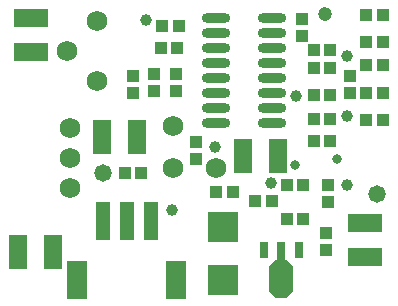
<source format=gts>
%FSLAX23Y23*%
%MOIN*%
G70*
G01*
G75*
G04 Layer_Color=8388736*
G04:AMPARAMS|DCode=10|XSize=71mil|YSize=118mil|CornerRadius=0mil|HoleSize=0mil|Usage=FLASHONLY|Rotation=0.000|XOffset=0mil|YOffset=0mil|HoleType=Round|Shape=Octagon|*
%AMOCTAGOND10*
4,1,8,-0.018,0.059,0.018,0.059,0.035,0.041,0.035,-0.041,0.018,-0.059,-0.018,-0.059,-0.035,-0.041,-0.035,0.041,-0.018,0.059,0.0*
%
%ADD10OCTAGOND10*%

%ADD11R,0.020X0.047*%
%ADD12R,0.020X0.063*%
%ADD13R,0.031X0.035*%
%ADD14R,0.035X0.031*%
%ADD15R,0.051X0.106*%
%ADD16R,0.091X0.091*%
%ADD17R,0.106X0.051*%
%ADD18R,0.059X0.118*%
%ADD19R,0.039X0.118*%
%ADD20O,0.087X0.024*%
%ADD21C,0.010*%
%ADD22C,0.060*%
%ADD23C,0.039*%
%ADD24C,0.050*%
%ADD25C,0.031*%
%ADD26C,0.024*%
%ADD27C,0.010*%
%ADD28C,0.008*%
G04:AMPARAMS|DCode=29|XSize=79mil|YSize=126mil|CornerRadius=0mil|HoleSize=0mil|Usage=FLASHONLY|Rotation=0.000|XOffset=0mil|YOffset=0mil|HoleType=Round|Shape=Octagon|*
%AMOCTAGOND29*
4,1,8,-0.020,0.063,0.020,0.063,0.039,0.043,0.039,-0.043,0.020,-0.063,-0.020,-0.063,-0.039,-0.043,-0.039,0.043,-0.020,0.063,0.0*
%
%ADD29OCTAGOND29*%

%ADD30R,0.028X0.055*%
%ADD31R,0.028X0.071*%
%ADD32R,0.039X0.043*%
%ADD33R,0.043X0.039*%
%ADD34R,0.059X0.114*%
%ADD35R,0.099X0.099*%
%ADD36R,0.114X0.059*%
%ADD37R,0.067X0.126*%
%ADD38R,0.047X0.126*%
%ADD39O,0.095X0.032*%
%ADD40C,0.068*%
%ADD41C,0.047*%
%ADD42C,0.058*%
%ADD43C,0.039*%
%ADD44C,0.032*%
D29*
X970Y79D02*
D03*
D30*
X911Y177D02*
D03*
X1029D02*
D03*
D31*
X970Y169D02*
D03*
D32*
X987Y395D02*
D03*
X1043D02*
D03*
X938Y340D02*
D03*
X882D02*
D03*
X1043Y280D02*
D03*
X987D02*
D03*
X808Y370D02*
D03*
X752D02*
D03*
X1077Y540D02*
D03*
X1133D02*
D03*
X1077Y695D02*
D03*
X1133D02*
D03*
X1133Y785D02*
D03*
X1077D02*
D03*
X1077Y615D02*
D03*
X1133D02*
D03*
X567Y850D02*
D03*
X623D02*
D03*
X1077Y845D02*
D03*
X1133D02*
D03*
X572Y925D02*
D03*
X628D02*
D03*
X1308Y700D02*
D03*
X1252D02*
D03*
X1252Y960D02*
D03*
X1308D02*
D03*
X503Y435D02*
D03*
X447D02*
D03*
X1252Y795D02*
D03*
X1308D02*
D03*
X1308Y870D02*
D03*
X1252D02*
D03*
X1308Y610D02*
D03*
X1252D02*
D03*
D33*
X1120Y177D02*
D03*
Y233D02*
D03*
X620Y763D02*
D03*
Y707D02*
D03*
X545Y707D02*
D03*
Y763D02*
D03*
X1200Y758D02*
D03*
Y702D02*
D03*
X1040Y948D02*
D03*
Y892D02*
D03*
X1125Y393D02*
D03*
Y337D02*
D03*
X475Y702D02*
D03*
Y758D02*
D03*
X685Y538D02*
D03*
Y482D02*
D03*
D34*
X957Y490D02*
D03*
X843D02*
D03*
X487Y555D02*
D03*
X373D02*
D03*
X93Y170D02*
D03*
X207D02*
D03*
D35*
X775Y254D02*
D03*
Y76D02*
D03*
D36*
X135Y838D02*
D03*
Y952D02*
D03*
X1250Y267D02*
D03*
Y153D02*
D03*
D37*
X290Y78D02*
D03*
X620D02*
D03*
D38*
X376Y275D02*
D03*
X455D02*
D03*
X534D02*
D03*
D39*
X939Y600D02*
D03*
Y650D02*
D03*
Y700D02*
D03*
Y750D02*
D03*
Y800D02*
D03*
Y850D02*
D03*
Y900D02*
D03*
Y950D02*
D03*
X751Y600D02*
D03*
Y650D02*
D03*
Y700D02*
D03*
Y750D02*
D03*
Y800D02*
D03*
Y850D02*
D03*
Y900D02*
D03*
Y950D02*
D03*
D40*
X265Y485D02*
D03*
Y385D02*
D03*
Y585D02*
D03*
X609Y449D02*
D03*
Y591D02*
D03*
X751Y449D02*
D03*
X355Y740D02*
D03*
Y940D02*
D03*
X255Y840D02*
D03*
D41*
X1115Y965D02*
D03*
D42*
X1290Y365D02*
D03*
X375Y435D02*
D03*
D43*
X1190Y825D02*
D03*
X750Y520D02*
D03*
X1020Y690D02*
D03*
X935Y400D02*
D03*
X605Y310D02*
D03*
X520Y945D02*
D03*
X1190Y625D02*
D03*
Y395D02*
D03*
D44*
X1015Y460D02*
D03*
X1155Y480D02*
D03*
M02*

</source>
